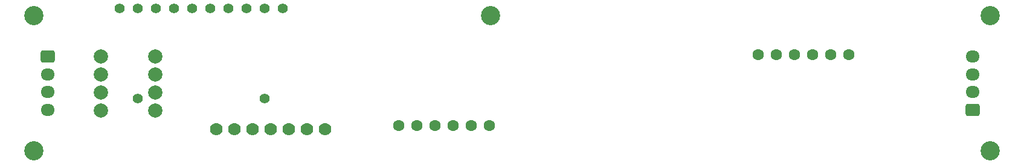
<source format=gbr>
%TF.GenerationSoftware,KiCad,Pcbnew,9.0.0*%
%TF.CreationDate,2025-03-07T17:00:58+09:00*%
%TF.ProjectId,Airdata,41697264-6174-4612-9e6b-696361645f70,rev?*%
%TF.SameCoordinates,Original*%
%TF.FileFunction,Soldermask,Bot*%
%TF.FilePolarity,Negative*%
%FSLAX46Y46*%
G04 Gerber Fmt 4.6, Leading zero omitted, Abs format (unit mm)*
G04 Created by KiCad (PCBNEW 9.0.0) date 2025-03-07 17:00:58*
%MOMM*%
%LPD*%
G01*
G04 APERTURE LIST*
G04 Aperture macros list*
%AMRoundRect*
0 Rectangle with rounded corners*
0 $1 Rounding radius*
0 $2 $3 $4 $5 $6 $7 $8 $9 X,Y pos of 4 corners*
0 Add a 4 corners polygon primitive as box body*
4,1,4,$2,$3,$4,$5,$6,$7,$8,$9,$2,$3,0*
0 Add four circle primitives for the rounded corners*
1,1,$1+$1,$2,$3*
1,1,$1+$1,$4,$5*
1,1,$1+$1,$6,$7*
1,1,$1+$1,$8,$9*
0 Add four rect primitives between the rounded corners*
20,1,$1+$1,$2,$3,$4,$5,0*
20,1,$1+$1,$4,$5,$6,$7,0*
20,1,$1+$1,$6,$7,$8,$9,0*
20,1,$1+$1,$8,$9,$2,$3,0*%
G04 Aperture macros list end*
%ADD10RoundRect,0.250000X0.725000X-0.600000X0.725000X0.600000X-0.725000X0.600000X-0.725000X-0.600000X0*%
%ADD11O,1.950000X1.700000*%
%ADD12C,2.700000*%
%ADD13C,1.600000*%
%ADD14C,2.000000*%
%ADD15C,1.778000*%
%ADD16RoundRect,0.250000X-0.725000X0.600000X-0.725000X-0.600000X0.725000X-0.600000X0.725000X0.600000X0*%
%ADD17C,1.400000*%
G04 APERTURE END LIST*
D10*
%TO.C,PitoTube*%
X214550000Y-66250000D03*
D11*
X214550000Y-63750000D03*
X214550000Y-61250000D03*
X214550000Y-58750000D03*
%TD*%
D12*
%TO.C,REF\u002A\u002A*%
X83000000Y-72000000D03*
%TD*%
D13*
%TO.C,AS5600*%
X134150000Y-68500000D03*
X136690000Y-68500000D03*
X139230000Y-68500000D03*
X141770000Y-68500000D03*
X144310000Y-68500000D03*
X146850000Y-68500000D03*
%TD*%
D14*
%TO.C,U2*%
X92380000Y-58750000D03*
X92380000Y-61290000D03*
X92380000Y-63830000D03*
X92380000Y-66370000D03*
X100000000Y-66370000D03*
X100000000Y-63830000D03*
X100000000Y-61290000D03*
X100000000Y-58750000D03*
%TD*%
D12*
%TO.C,REF\u002A\u002A*%
X147000000Y-53000000D03*
%TD*%
D13*
%TO.C,AoA*%
X184500000Y-58500000D03*
X187040000Y-58500000D03*
X189580000Y-58500000D03*
X192120000Y-58500000D03*
X194660000Y-58500000D03*
X197200000Y-58500000D03*
%TD*%
D12*
%TO.C,REF\u002A\u002A*%
X217000000Y-72000000D03*
%TD*%
D15*
%TO.C,DPS310-Adafruits1*%
X108510000Y-69000000D03*
X111050000Y-69000000D03*
X113590000Y-69000000D03*
X116130000Y-69000000D03*
X118670000Y-69000000D03*
X121210000Y-69000000D03*
X123750000Y-69000000D03*
%TD*%
D12*
%TO.C,REF\u002A\u002A*%
X83000000Y-53000000D03*
%TD*%
%TO.C,REF\u002A\u002A*%
X217000000Y-53000000D03*
%TD*%
D16*
%TO.C,Air-UART*%
X84950000Y-58750000D03*
D11*
X84950000Y-61250000D03*
X84950000Y-63750000D03*
X84950000Y-66250000D03*
%TD*%
D17*
%TO.C,J1*%
X95000000Y-52000000D03*
X97540000Y-52000000D03*
X100080000Y-52000000D03*
X102620000Y-52000000D03*
X105160000Y-52000000D03*
X107700000Y-52000000D03*
X110240000Y-52000000D03*
X112780000Y-52000000D03*
X115320000Y-52000000D03*
X117860000Y-52000000D03*
X115320000Y-64700000D03*
X97540000Y-64700000D03*
%TD*%
M02*

</source>
